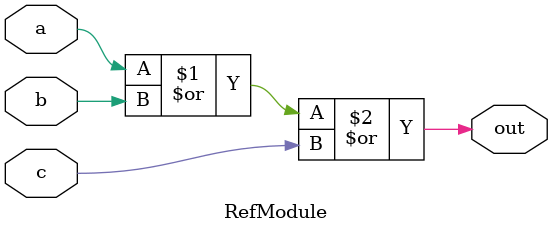
<source format=sv>

module RefModule (
  input a,
  input b,
  input c,
  output out
);

  assign out = (a | b | c);

endmodule

</source>
